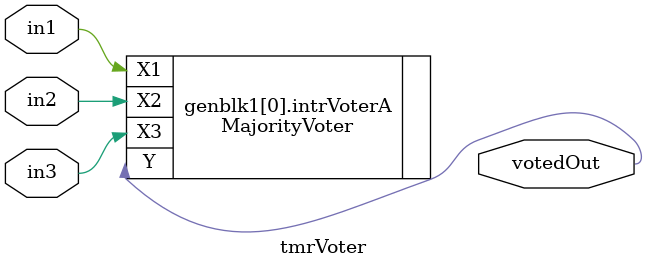
<source format=v>
`timescale 1ns / 1ps


module tmrVoter(
    in1,
    in2,
    in3,
    votedOut
    );
    
   parameter SIZE = 1;
   input wire [SIZE-1:0] in1;
   input wire [SIZE-1:0] in2;
   input wire [SIZE-1:0] in3;

   output wire [SIZE-1:0] votedOut;
   
    genvar i;
    generate
        for (i=0; i<SIZE; i=i+1)
        begin
            MajorityVoter intrVoterA (
                .X1(in1[i]),
                .X2(in2[i]),
                .X3(in3[i]),
                .Y(votedOut[i])
            );
        end
    endgenerate
   
endmodule

</source>
